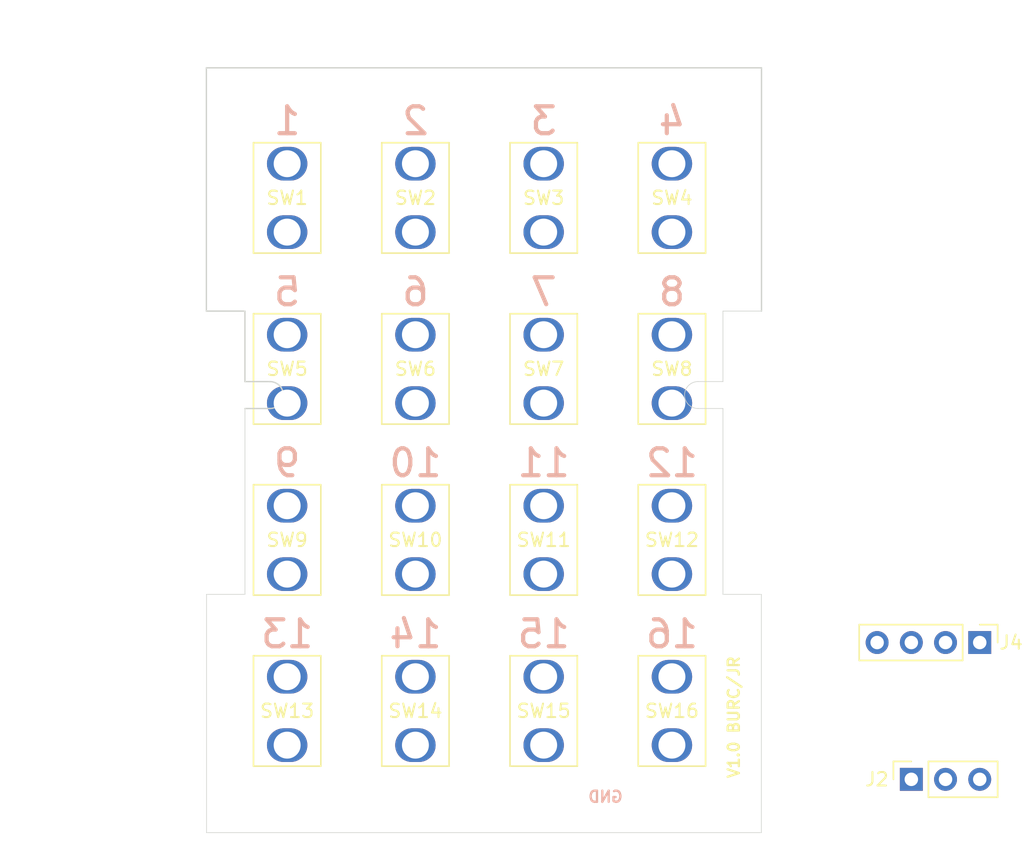
<source format=kicad_pcb>
(kicad_pcb (version 20211014) (generator pcbnew)
  (title_block (title "Encodeur BURC JR Format") (date "2022-08-12") (rev "v1.0") (company "@OpenAVRc"))
  (layers (0 "F.Cu" signal) (31 "B.Cu" signal) (34 "B.Paste" user) (35 "F.Paste" user) (36 "B.SilkS" user "B.Silkscreen") (37 "F.SilkS" user "F.Silkscreen") (38 "B.Mask" user) (39 "F.Mask" user) (44 "Edge.Cuts" user))
  (net 0 "")
  (net 1 "Net-(J2-Pad2)")
  (net 2 "GND")
  (net 3 "/C1")
  (net 4 "/C2")
  (net 5 "/C3")
  (net 6 "/C4")
  (net 7 "/C5")
  (net 8 "/C6")
  (net 9 "/C7")
  (net 10 "/C8")
  (net 11 "/C9")
  (net 12 "/C10")
  (net 13 "/C11")
  (net 14 "/C12")
  (net 15 "/C13")
  (net 16 "/C14")
  (net 17 "/C15")
  (net 18 "/C16")
  (net 19 "+5V")
  (net 20 "/A5")
  (net 21 "/A4")
  (footprint "Connector_PinHeader_2.54mm:PinHeader_1x04_P2.54mm_Vertical" (layer "F.Cu") (at 185.42 119.38 -90)
    (fp_text reference "J4" (at 0 -2.33 180) (layer "F.SilkS"))
    (fp_text value "I2C")
    (fp_line (start -1.33 -1.33) (end 0 -1.33) (layer "F.SilkS") (width 0.12))
    (fp_line (start -1.33 8.95) (end 1.33 8.95) (layer "F.SilkS") (width 0.12))
    (fp_line (start -1.33 0) (end -1.33 -1.33) (layer "F.SilkS") (width 0.12))
    (fp_line (start -1.33 1.27) (end 1.33 1.27) (layer "F.SilkS") (width 0.12))
    (fp_line (start 1.33 1.27) (end 1.33 8.95) (layer "F.SilkS") (width 0.12))
    (fp_line (start -1.33 1.27) (end -1.33 8.95) (layer "F.SilkS") (width 0.12))
    (pad "1" thru_hole rect (at 0 0 270) (size 1.7 1.7) (drill 1) (layers *.Cu *.Mask) (net 2 "GND"))
    (pad "2" thru_hole oval (at 0 2.54 270) (size 1.7 1.7) (drill 1) (layers *.Cu *.Mask) (net 19 "+5V"))
    (pad "3" thru_hole oval (at 0 5.08 270) (size 1.7 1.7) (drill 1) (layers *.Cu *.Mask) (net 21 "/A4"))
    (pad "4" thru_hole oval (at 0 7.62 270) (size 1.7 1.7) (drill 1) (layers *.Cu *.Mask) (net 1 "Net-(J2-Pad2)"))
  )
  (footprint "BURC_Encoder_JRFormat_FootPrints:Interrupteur_SPDT_2Pins" (layer "F.Cu") (at 162.56 111.76)
    (fp_text reference "SW12" (at 0 0 unlocked) (layer "F.SilkS"))
    (fp_text value "SW_SPST" hide)
    (fp_line (start 2.5 -4.1) (end 2.5 4.1) (layer "F.SilkS") (width 0.12))
    (fp_line (start -2.5 4.1) (end -2.5 -4.1) (layer "F.SilkS") (width 0.12))
    (fp_line (start 2.5 4.1) (end -2.5 4.1) (layer "F.SilkS") (width 0.12))
    (fp_line (start -2.5 -4.1) (end 2.5 -4.1) (layer "F.SilkS") (width 0.12))
    (pad "1" thru_hole oval (at 0 -2.54) (size 3 2.5) (drill 2) (layers *.Cu *.Mask) (net 2 "GND"))
    (pad "2" thru_hole oval (at 0 2.54) (size 3 2.5) (drill 2) (layers *.Cu *.Mask) (net 14 "/C12"))
  )
  (footprint "MountingHole:MountingHole_2.5mm" (layer "F.Cu") (at 167.005 131.445)
    (fp_text reference "REF**" hide)
    (fp_text value "MountingHole_2.5mm" hide)
    (pad "" np_thru_hole circle (at 0 0) (size 2.5 2.5) (drill 2.5) (layers *.Cu *.Mask))
  )
  (footprint "MountingHole:MountingHole_2.5mm" (layer "F.Cu") (at 129.54 131.445)
    (fp_text reference "REF**" hide)
    (fp_text value "MountingHole_2.5mm" hide)
    (pad "" np_thru_hole circle (at 0 0) (size 2.5 2.5) (drill 2.5) (layers *.Cu *.Mask))
  )
  (footprint "BURC_Encoder_JRFormat_FootPrints:Interrupteur_SPDT_2Pins" (layer "F.Cu") (at 153.035 99.06)
    (fp_text reference "SW7" (at 0 0 unlocked) (layer "F.SilkS"))
    (fp_text value "SW_SPST" hide)
    (fp_line (start 2.5 4.1) (end -2.5 4.1) (layer "F.SilkS") (width 0.12))
    (fp_line (start -2.5 -4.1) (end 2.5 -4.1) (layer "F.SilkS") (width 0.12))
    (fp_line (start 2.5 -4.1) (end 2.5 4.1) (layer "F.SilkS") (width 0.12))
    (fp_line (start -2.5 4.1) (end -2.5 -4.1) (layer "F.SilkS") (width 0.12))
    (pad "1" thru_hole oval (at 0 -2.54) (size 3 2.5) (drill 2) (layers *.Cu *.Mask) (net 2 "GND"))
    (pad "2" thru_hole oval (at 0 2.54) (size 3 2.5) (drill 2) (layers *.Cu *.Mask) (net 9 "/C7"))
  )
  (footprint "BURC_Encoder_JRFormat_FootPrints:Interrupteur_SPDT_2Pins" (layer "F.Cu") (at 133.985 99.06)
    (fp_text reference "SW5" (at 0 0 unlocked) (layer "F.SilkS"))
    (fp_text value "SW_SPST" hide)
    (fp_line (start 2.5 -4.1) (end 2.5 4.1) (layer "F.SilkS") (width 0.12))
    (fp_line (start -2.5 -4.1) (end 2.5 -4.1) (layer "F.SilkS") (width 0.12))
    (fp_line (start -2.5 4.1) (end -2.5 -4.1) (layer "F.SilkS") (width 0.12))
    (fp_line (start 2.5 4.1) (end -2.5 4.1) (layer "F.SilkS") (width 0.12))
    (pad "1" thru_hole oval (at 0 -2.54) (size 3 2.5) (drill 2) (layers *.Cu *.Mask) (net 2 "GND"))
    (pad "2" thru_hole oval (at 0 2.54) (size 3 2.5) (drill 2) (layers *.Cu *.Mask) (net 7 "/C5"))
  )
  (footprint "Connector_PinSocket_2.54mm:PinSocket_1x03_P2.54mm_Vertical" (layer "F.Cu") (at 180.34 129.54 90)
    (fp_text reference "J2" (at 0 -2.555 180) (layer "F.SilkS"))
    (fp_text value "TEST")
    (fp_line (start 0 -1.33) (end 1.33 -1.33) (layer "F.SilkS") (width 0.12))
    (fp_line (start -1.33 6.41) (end 1.33 6.41) (layer "F.SilkS") (width 0.12))
    (fp_line (start -1.33 1.27) (end -1.33 6.41) (layer "F.SilkS") (width 0.12))
    (fp_line (start -1.33 1.27) (end 1.33 1.27) (layer "F.SilkS") (width 0.12))
    (fp_line (start 1.33 1.27) (end 1.33 6.41) (layer "F.SilkS") (width 0.12))
    (fp_line (start 1.33 -1.33) (end 1.33 0) (layer "F.SilkS") (width 0.12))
    (pad "1" thru_hole rect (at 0 0 90) (size 1.7 1.7) (drill 1) (layers *.Cu *.Mask) (net 20 "/A5"))
    (pad "2" thru_hole oval (at 0 2.54 90) (size 1.7 1.7) (drill 1) (layers *.Cu *.Mask) (net 1 "Net-(J2-Pad2)"))
    (pad "3" thru_hole oval (at 0 5.08 90) (size 1.7 1.7) (drill 1) (layers *.Cu *.Mask) (net 2 "GND"))
  )
  (footprint "BURC_Encoder_JRFormat_FootPrints:Interrupteur_SPDT_2Pins" (layer "F.Cu") (at 133.985 124.46)
    (fp_text reference "SW13" (at 0 0 unlocked) (layer "F.SilkS"))
    (fp_text value "SW_SPST" hide)
    (fp_line (start -2.5 -4.1) (end 2.5 -4.1) (layer "F.SilkS") (width 0.12))
    (fp_line (start 2.5 4.1) (end -2.5 4.1) (layer "F.SilkS") (width 0.12))
    (fp_line (start 2.5 -4.1) (end 2.5 4.1) (layer "F.SilkS") (width 0.12))
    (fp_line (start -2.5 4.1) (end -2.5 -4.1) (layer "F.SilkS") (width 0.12))
    (pad "1" thru_hole oval (at 0 -2.54) (size 3 2.5) (drill 2) (layers *.Cu *.Mask) (net 2 "GND"))
    (pad "2" thru_hole oval (at 0 2.54) (size 3 2.5) (drill 2) (layers *.Cu *.Mask) (net 15 "/C13"))
  )
  (footprint "BURC_Encoder_JRFormat_FootPrints:Interrupteur_SPDT_2Pins" (layer "F.Cu") (at 143.51 111.76)
    (fp_text reference "SW10" (at 0 0 unlocked) (layer "F.SilkS"))
    (fp_text value "SW_SPST" hide)
    (fp_line (start 2.5 4.1) (end -2.5 4.1) (layer "F.SilkS") (width 0.12))
    (fp_line (start -2.5 4.1) (end -2.5 -4.1) (layer "F.SilkS") (width 0.12))
    (fp_line (start -2.5 -4.1) (end 2.5 -4.1) (layer "F.SilkS") (width 0.12))
    (fp_line (start 2.5 -4.1) (end 2.5 4.1) (layer "F.SilkS") (width 0.12))
    (pad "1" thru_hole oval (at 0 -2.54) (size 3 2.5) (drill 2) (layers *.Cu *.Mask) (net 2 "GND"))
    (pad "2" thru_hole oval (at 0 2.54) (size 3 2.5) (drill 2) (layers *.Cu *.Mask) (net 12 "/C10"))
  )
  (footprint "BURC_Encoder_JRFormat_FootPrints:Interrupteur_SPDT_2Pins" (layer "F.Cu") (at 133.985 86.36)
    (fp_text reference "SW1" (at 0 0 unlocked) (layer "F.SilkS"))
    (fp_text value "SW_SPST" hide)
    (fp_line (start 2.5 4.1) (end -2.5 4.1) (layer "F.SilkS") (width 0.12))
    (fp_line (start -2.5 4.1) (end -2.5 -4.1) (layer "F.SilkS") (width 0.12))
    (fp_line (start 2.5 -4.1) (end 2.5 4.1) (layer "F.SilkS") (width 0.12))
    (fp_line (start -2.5 -4.1) (end 2.5 -4.1) (layer "F.SilkS") (width 0.12))
    (pad "1" thru_hole oval (at 0 -2.54) (size 3 2.5) (drill 2) (layers *.Cu *.Mask) (net 2 "GND"))
    (pad "2" thru_hole oval (at 0 2.54) (size 3 2.5) (drill 2) (layers *.Cu *.Mask) (net 3 "/C1"))
  )
  (footprint "BURC_Encoder_JRFormat_FootPrints:Interrupteur_SPDT_2Pins" (layer "F.Cu") (at 153.035 86.36)
    (fp_text reference "SW3" (at 0 0 unlocked) (layer "F.SilkS"))
    (fp_text value "SW_SPST" hide)
    (fp_line (start -2.5 -4.1) (end 2.5 -4.1) (layer "F.SilkS") (width 0.12))
    (fp_line (start 2.5 -4.1) (end 2.5 4.1) (layer "F.SilkS") (width 0.12))
    (fp_line (start 2.5 4.1) (end -2.5 4.1) (layer "F.SilkS") (width 0.12))
    (fp_line (start -2.5 4.1) (end -2.5 -4.1) (layer "F.SilkS") (width 0.12))
    (pad "1" thru_hole oval (at 0 -2.54) (size 3 2.5) (drill 2) (layers *.Cu *.Mask) (net 2 "GND"))
    (pad "2" thru_hole oval (at 0 2.54) (size 3 2.5) (drill 2) (layers *.Cu *.Mask) (net 5 "/C3"))
  )
  (footprint "BURC_Encoder_JRFormat_FootPrints:Interrupteur_SPDT_2Pins" (layer "F.Cu") (at 162.56 124.46)
    (fp_text reference "SW16" (at 0 0 unlocked) (layer "F.SilkS"))
    (fp_text value "SW_SPST" hide)
    (fp_line (start -2.5 4.1) (end -2.5 -4.1) (layer "F.SilkS") (width 0.12))
    (fp_line (start 2.5 4.1) (end -2.5 4.1) (layer "F.SilkS") (width 0.12))
    (fp_line (start 2.5 -4.1) (end 2.5 4.1) (layer "F.SilkS") (width 0.12))
    (fp_line (start -2.5 -4.1) (end 2.5 -4.1) (layer "F.SilkS") (width 0.12))
    (pad "1" thru_hole oval (at 0 -2.54) (size 3 2.5) (drill 2) (layers *.Cu *.Mask) (net 2 "GND"))
    (pad "2" thru_hole oval (at 0 2.54) (size 3 2.5) (drill 2) (layers *.Cu *.Mask) (net 18 "/C16"))
  )
  (footprint "BURC_Encoder_JRFormat_FootPrints:Interrupteur_SPDT_2Pins" (layer "F.Cu") (at 162.56 99.06)
    (fp_text reference "SW8" (at 0 0 unlocked) (layer "F.SilkS"))
    (fp_text value "SW_SPST" hide)
    (fp_line (start -2.5 -4.1) (end 2.5 -4.1) (layer "F.SilkS") (width 0.12))
    (fp_line (start -2.5 4.1) (end -2.5 -4.1) (layer "F.SilkS") (width 0.12))
    (fp_line (start 2.5 4.1) (end -2.5 4.1) (layer "F.SilkS") (width 0.12))
    (fp_line (start 2.5 -4.1) (end 2.5 4.1) (layer "F.SilkS") (width 0.12))
    (pad "1" thru_hole oval (at 0 -2.54) (size 3 2.5) (drill 2) (layers *.Cu *.Mask) (net 2 "GND"))
    (pad "2" thru_hole oval (at 0 2.54) (size 3 2.5) (drill 2) (layers *.Cu *.Mask) (net 10 "/C8"))
  )
  (footprint "BURC_Encoder_JRFormat_FootPrints:Interrupteur_SPDT_2Pins" (layer "F.Cu") (at 133.985 111.76)
    (fp_text reference "SW9" (at 0 0 unlocked) (layer "F.SilkS"))
    (fp_text value "SW_SPST" hide)
    (fp_line (start -2.5 4.1) (end -2.5 -4.1) (layer "F.SilkS") (width 0.12))
    (fp_line (start 2.5 -4.1) (end 2.5 4.1) (layer "F.SilkS") (width 0.12))
    (fp_line (start -2.5 -4.1) (end 2.5 -4.1) (layer "F.SilkS") (width 0.12))
    (fp_line (start 2.5 4.1) (end -2.5 4.1) (layer "F.SilkS") (width 0.12))
    (pad "1" thru_hole oval (at 0 -2.54) (size 3 2.5) (drill 2) (layers *.Cu *.Mask) (net 2 "GND"))
    (pad "2" thru_hole oval (at 0 2.54) (size 3 2.5) (drill 2) (layers *.Cu *.Mask) (net 11 "/C9"))
  )
  (footprint "BURC_Encoder_JRFormat_FootPrints:Interrupteur_SPDT_2Pins" (layer "F.Cu") (at 143.51 86.36)
    (fp_text reference "SW2" (at 0 0 unlocked) (layer "F.SilkS"))
    (fp_text value "SW_SPST" hide)
    (fp_line (start -2.5 4.1) (end -2.5 -4.1) (layer "F.SilkS") (width 0.12))
    (fp_line (start 2.5 4.1) (end -2.5 4.1) (layer "F.SilkS") (width 0.12))
    (fp_line (start -2.5 -4.1) (end 2.5 -4.1) (layer "F.SilkS") (width 0.12))
    (fp_line (start 2.5 -4.1) (end 2.5 4.1) (layer "F.SilkS") (width 0.12))
    (pad "1" thru_hole oval (at 0 -2.54) (size 3 2.5) (drill 2) (layers *.Cu *.Mask) (net 2 "GND"))
    (pad "2" thru_hole oval (at 0 2.54) (size 3 2.5) (drill 2) (layers *.Cu *.Mask) (net 4 "/C2"))
  )
  (footprint "MountingHole:MountingHole_2.5mm" (layer "F.Cu") (at 167.005 78.74)
    (fp_text reference "REF**" hide)
    (fp_text value "MountingHole_2.5mm" hide)
    (pad "" np_thru_hole circle (at 0 0) (size 2.5 2.5) (drill 2.5) (layers *.Cu *.Mask))
  )
  (footprint "MountingHole:MountingHole_2.5mm" (layer "F.Cu") (at 130.175 78.74)
    (fp_text reference "REF**" hide)
    (fp_text value "MountingHole_2.5mm" hide)
    (pad "" np_thru_hole circle (at 0 0) (size 2.5 2.5) (drill 2.5) (layers *.Cu *.Mask))
  )
  (footprint "BURC_Encoder_JRFormat_FootPrints:Interrupteur_SPDT_2Pins" (layer "F.Cu") (at 162.56 86.36)
    (fp_text reference "SW4" (at 0 0 unlocked) (layer "F.SilkS"))
    (fp_text value "SW_SPST" hide)
    (fp_line (start 2.5 -4.1) (end 2.5 4.1) (layer "F.SilkS") (width 0.12))
    (fp_line (start 2.5 4.1) (end -2.5 4.1) (layer "F.SilkS") (width 0.12))
    (fp_line (start -2.5 4.1) (end -2.5 -4.1) (layer "F.SilkS") (width 0.12))
    (fp_line (start -2.5 -4.1) (end 2.5 -4.1) (layer "F.SilkS") (width 0.12))
    (pad "1" thru_hole oval (at 0 -2.54) (size 3 2.5) (drill 2) (layers *.Cu *.Mask) (net 2 "GND"))
    (pad "2" thru_hole oval (at 0 2.54) (size 3 2.5) (drill 2) (layers *.Cu *.Mask) (net 6 "/C4"))
  )
  (footprint "BURC_Encoder_JRFormat_FootPrints:Interrupteur_SPDT_2Pins" (layer "F.Cu") (at 153.035 124.46)
    (fp_text reference "SW15" (at 0 0 unlocked) (layer "F.SilkS"))
    (fp_text value "SW_SPST" hide)
    (fp_line (start 2.5 4.1) (end -2.5 4.1) (layer "F.SilkS") (width 0.12))
    (fp_line (start -2.5 -4.1) (end 2.5 -4.1) (layer "F.SilkS") (width 0.12))
    (fp_line (start 2.5 -4.1) (end 2.5 4.1) (layer "F.SilkS") (width 0.12))
    (fp_line (start -2.5 4.1) (end -2.5 -4.1) (layer "F.SilkS") (width 0.12))
    (pad "1" thru_hole oval (at 0 -2.54) (size 3 2.5) (drill 2) (layers *.Cu *.Mask) (net 2 "GND"))
    (pad "2" thru_hole oval (at 0 2.54) (size 3 2.5) (drill 2) (layers *.Cu *.Mask) (net 17 "/C15"))
  )
  (footprint "BURC_Encoder_JRFormat_FootPrints:Interrupteur_SPDT_2Pins" (layer "F.Cu") (at 143.51 99.06)
    (fp_text reference "SW6" (at 0 0 unlocked) (layer "F.SilkS"))
    (fp_text value "SW_SPST" hide)
    (fp_line (start 2.5 -4.1) (end 2.5 4.1) (layer "F.SilkS") (width 0.12))
    (fp_line (start 2.5 4.1) (end -2.5 4.1) (layer "F.SilkS") (width 0.12))
    (fp_line (start -2.5 -4.1) (end 2.5 -4.1) (layer "F.SilkS") (width 0.12))
    (fp_line (start -2.5 4.1) (end -2.5 -4.1) (layer "F.SilkS") (width 0.12))
    (pad "1" thru_hole oval (at 0 -2.54) (size 3 2.5) (drill 2) (layers *.Cu *.Mask) (net 2 "GND"))
    (pad "2" thru_hole oval (at 0 2.54) (size 3 2.5) (drill 2) (layers *.Cu *.Mask) (net 8 "/C6"))
  )
  (footprint "BURC_Encoder_JRFormat_FootPrints:Interrupteur_SPDT_2Pins" (layer "F.Cu") (at 143.51 124.46)
    (fp_text reference "SW14" (at 0 0 unlocked) (layer "F.SilkS"))
    (fp_text value "SW_SPST" hide)
    (fp_line (start -2.5 -4.1) (end 2.5 -4.1) (layer "F.SilkS") (width 0.12))
    (fp_line (start -2.5 4.1) (end -2.5 -4.1) (layer "F.SilkS") (width 0.12))
    (fp_line (start 2.5 -4.1) (end 2.5 4.1) (layer "F.SilkS") (width 0.12))
    (fp_line (start 2.5 4.1) (end -2.5 4.1) (layer "F.SilkS") (width 0.12))
    (pad "1" thru_hole oval (at 0 -2.54) (size 3 2.5) (drill 2) (layers *.Cu *.Mask) (net 2 "GND"))
    (pad "2" thru_hole oval (at 0 2.54) (size 3 2.5) (drill 2) (layers *.Cu *.Mask) (net 16 "/C14"))
  )
  (footprint "BURC_Encoder_JRFormat_FootPrints:Interrupteur_SPDT_2Pins" (layer "F.Cu") (at 153.035 111.76)
    (fp_text reference "SW11" (at 0 0 unlocked) (layer "F.SilkS"))
    (fp_text value "SW_SPST" hide)
    (fp_line (start 2.5 -4.1) (end 2.5 4.1) (layer "F.SilkS") (width 0.12))
    (fp_line (start -2.5 4.1) (end -2.5 -4.1) (layer "F.SilkS") (width 0.12))
    (fp_line (start 2.5 4.1) (end -2.5 4.1) (layer "F.SilkS") (width 0.12))
    (fp_line (start -2.5 -4.1) (end 2.5 -4.1) (layer "F.SilkS") (width 0.12))
    (pad "1" thru_hole oval (at 0 -2.54) (size 3 2.5) (drill 2) (layers *.Cu *.Mask) (net 2 "GND"))
    (pad "2" thru_hole oval (at 0 2.54) (size 3 2.5) (drill 2) (layers *.Cu *.Mask) (net 13 "/C11"))
  )
  (gr_line (start 169.2 133.5) (end 169.2 115.8) (layer "Edge.Cuts") (width 0.05))
  (gr_line (start 130.85 102) (end 130.85 115.8) (layer "Edge.Cuts") (width 0.05))
  (gr_line (start 130.85 100) (end 130.85 94.765) (layer "Edge.Cuts") (width 0.1))
  (gr_line (start 128 133.5) (end 169.2 133.5) (layer "Edge.Cuts") (width 0.05))
  (gr_line (start 130.85 115.8) (end 128 115.8) (layer "Edge.Cuts") (width 0.05))
  (gr_line (start 166.35 94.765) (end 169.212608 94.765) (layer "Edge.Cuts") (width 0.05))
  (gr_line (start 169.2 115.8) (end 166.35 115.8) (layer "Edge.Cuts") (width 0.05))
  (gr_line (start 166.35 100) (end 164.5 100) (layer "Edge.Cuts") (width 0.05))
  (gr_arc (start 132.7 100) (mid 133.7 101) (end 132.7 102) (layer "Edge.Cuts") (width 0.1))
  (gr_line (start 164.5 102) (end 166.35 102) (layer "Edge.Cuts") (width 0.05))
  (gr_line (start 166.35 100) (end 166.35 94.765) (layer "Edge.Cuts") (width 0.05))
  (gr_line (start 169.212608 76.7) (end 127.987392 76.7) (layer "Edge.Cuts") (width 0.1))
  (gr_line (start 169.212608 94.765) (end 169.212608 76.7) (layer "Edge.Cuts") (width 0.1))
  (gr_line (start 130.85 102) (end 132.7 102) (layer "Edge.Cuts") (width 0.1))
  (gr_line (start 127.987392 76.7) (end 127.987392 94.765) (layer "Edge.Cuts") (width 0.1))
  (gr_line (start 166.35 102) (end 166.35 115.8) (layer "Edge.Cuts") (width 0.05))
  (gr_line (start 128 115.8) (end 128 133.5) (layer "Edge.Cuts") (width 0.05))
  (gr_line (start 132.7 100) (end 130.85 100) (layer "Edge.Cuts") (width 0.1))
  (gr_line (start 127.987392 94.765) (end 130.85 94.765) (layer "Edge.Cuts") (width 0.1))
  (gr_arc (start 164.5 102) (mid 163.5 101) (end 164.5 100) (layer "Edge.Cuts") (width 0.05))
  (gr_text "16" (at 162.56 118.745) (layer "B.SilkS") (effects (font (size 2 2) (thickness 0.31)) (justify mirror)))
  (gr_text "GND" (at 159.004 131.318) (layer "B.SilkS") (effects (font (size 0.83 0.83) (thickness 0.17)) (justify left bottom mirror)))
  (gr_text "3" (at 153.035 80.645) (layer "B.SilkS") (effects (font (size 2 2) (thickness 0.31)) (justify mirror)))
  (gr_text "4" (at 162.56 80.645) (layer "B.SilkS") (effects (font (size 2 2) (thickness 0.31)) (justify mirror)))
  (gr_text "2" (at 143.51 80.645) (layer "B.SilkS") (effects (font (size 2 2) (thickness 0.31)) (justify mirror)))
  (gr_text "15" (at 153.035 118.745) (layer "B.SilkS") (effects (font (size 2 2) (thickness 0.31)) (justify mirror)))
  (gr_text "1" (at 133.985 80.645) (layer "B.SilkS") (effects (font (size 2 2) (thickness 0.31)) (justify mirror)))
  (gr_text "9" (at 133.985 106.045) (layer "B.SilkS") (effects (font (size 2 2) (thickness 0.31)) (justify mirror)))
  (gr_text "13" (at 133.985 118.745) (layer "B.SilkS") (effects (font (size 2 2) (thickness 0.31)) (justify mirror)))
  (gr_text "5" (at 133.985 93.345) (layer "B.SilkS") (effects (font (size 2 2) (thickness 0.31)) (justify mirror)))
  (gr_text "8" (at 162.56 93.345) (layer "B.SilkS") (effects (font (size 2 2) (thickness 0.31)) (justify mirror)))
  (gr_text "7" (at 153.035 93.345) (layer "B.SilkS") (effects (font (size 2 2) (thickness 0.31)) (justify mirror)))
  (gr_text "6" (at 143.51 93.345) (layer "B.SilkS") (effects (font (size 2 2) (thickness 0.31)) (justify mirror)))
  (gr_text "14" (at 143.51 118.745) (layer "B.SilkS") (effects (font (size 2 2) (thickness 0.31)) (justify mirror)))
  (gr_text "11" (at 153.035 106.045) (layer "B.SilkS") (effects (font (size 2 2) (thickness 0.31)) (justify mirror)))
  (gr_text "10" (at 143.51 106.045) (layer "B.SilkS") (effects (font (size 2 2) (thickness 0.31)) (justify mirror)))
  (gr_text "12" (at 162.56 106.045) (layer "B.SilkS") (effects (font (size 2 2) (thickness 0.31)) (justify mirror)))
  (gr_text "V1.0 BURC/JR" (at 167.64 129.54 90) (layer "F.SilkS") (effects (font (size 0.83 0.83) (thickness 0.17)) (justify left bottom)))
)
</source>
